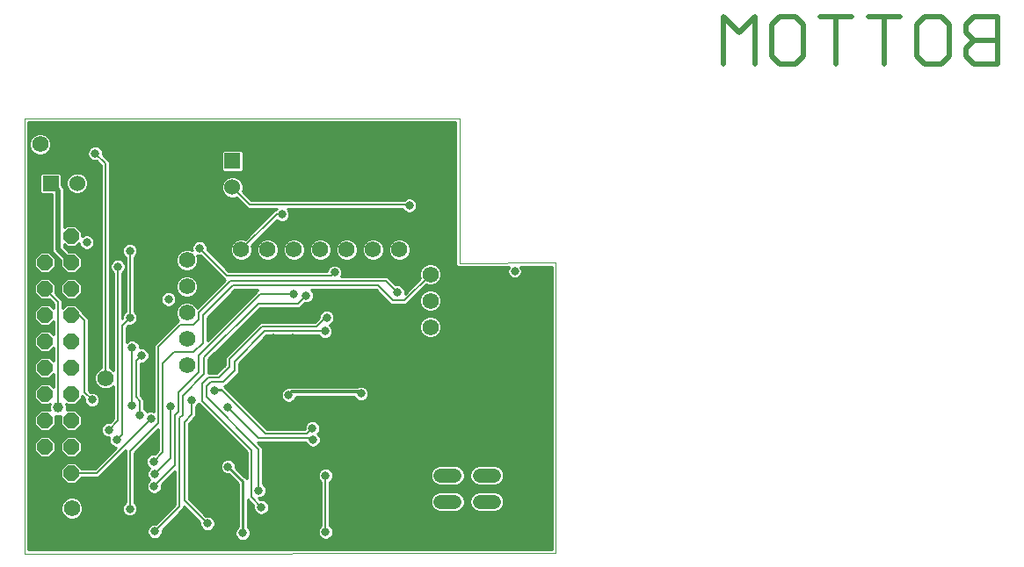
<source format=gbl>
G75*
G70*
%OFA0B0*%
%FSLAX24Y24*%
%IPPOS*%
%LPD*%
%AMOC8*
5,1,8,0,0,1.08239X$1,22.5*
%
%ADD10C,0.0000*%
%ADD11C,0.0200*%
%ADD12C,0.0620*%
%ADD13R,0.0600X0.0600*%
%ADD14C,0.0600*%
%ADD15OC8,0.0600*%
%ADD16C,0.0540*%
%ADD17C,0.0320*%
%ADD18C,0.0300*%
%ADD19C,0.0100*%
%ADD20C,0.0080*%
%ADD21C,0.0120*%
%ADD22C,0.0396*%
D10*
X002104Y001280D02*
X002104Y017815D01*
X018600Y017815D01*
X018600Y012307D01*
X022249Y012327D01*
X022249Y001300D01*
X002104Y001280D01*
D11*
X003880Y012339D02*
X003384Y012834D01*
X003384Y015056D01*
X003104Y015337D01*
X028596Y019880D02*
X028596Y021681D01*
X029196Y021081D01*
X029797Y021681D01*
X029797Y019880D01*
X030437Y020180D02*
X030437Y021381D01*
X030737Y021681D01*
X031338Y021681D01*
X031638Y021381D01*
X031638Y020180D01*
X031338Y019880D01*
X030737Y019880D01*
X030437Y020180D01*
X032279Y021681D02*
X033480Y021681D01*
X032879Y021681D02*
X032879Y019880D01*
X034721Y019880D02*
X034721Y021681D01*
X035321Y021681D02*
X034120Y021681D01*
X035962Y021381D02*
X036262Y021681D01*
X036863Y021681D01*
X037163Y021381D01*
X037163Y020180D01*
X036863Y019880D01*
X036262Y019880D01*
X035962Y020180D01*
X035962Y021381D01*
X037803Y021381D02*
X037803Y021081D01*
X038104Y020781D01*
X039004Y020781D01*
X038104Y020781D02*
X037803Y020480D01*
X037803Y020180D01*
X038104Y019880D01*
X039004Y019880D01*
X039004Y021681D01*
X038104Y021681D01*
X037803Y021381D01*
D12*
X017504Y011880D03*
X017504Y010880D03*
X017504Y009880D03*
X016324Y012820D03*
X015324Y012820D03*
X014324Y012820D03*
X013324Y012820D03*
X012324Y012820D03*
X011324Y012820D03*
X010324Y012820D03*
X008264Y012420D03*
X008264Y011420D03*
X008264Y010420D03*
X008264Y009420D03*
X008264Y008420D03*
X005180Y007938D03*
X004904Y003000D03*
X003904Y003000D03*
X021104Y002280D03*
X021104Y006280D03*
X010994Y015190D03*
X013724Y016040D03*
X009104Y017280D03*
X008104Y017280D03*
X003704Y016820D03*
X002704Y016820D03*
X004404Y014357D03*
D13*
X003104Y015337D03*
X009993Y016185D03*
D14*
X009993Y015185D03*
X004104Y015337D03*
D15*
X003880Y013339D03*
X002880Y013339D03*
X002880Y012339D03*
X003880Y012339D03*
X003880Y011339D03*
X002880Y011339D03*
X002880Y010339D03*
X003880Y010339D03*
X003880Y009339D03*
X002880Y009339D03*
X002880Y008339D03*
X003880Y008339D03*
X003880Y007339D03*
X002880Y007339D03*
X002880Y006339D03*
X003880Y006339D03*
X003880Y005339D03*
X002880Y005339D03*
X002880Y004339D03*
X003880Y004339D03*
D16*
X017882Y004240D02*
X018422Y004240D01*
X019374Y004240D02*
X019914Y004240D01*
X019914Y003240D02*
X019374Y003240D01*
X018422Y003240D02*
X017882Y003240D01*
X017882Y002240D02*
X018422Y002240D01*
X019374Y002240D02*
X019914Y002240D01*
D17*
X017265Y001971D03*
X016265Y001971D03*
X015265Y001971D03*
X014265Y001971D03*
X013524Y002100D03*
X012625Y001711D03*
X011625Y001711D03*
X010384Y002060D03*
X009815Y002871D03*
X009044Y002420D03*
X007044Y002120D03*
X006265Y001971D03*
X006104Y002980D03*
X006525Y003471D03*
X007024Y003840D03*
X007044Y004300D03*
X006525Y004471D03*
X007004Y004780D03*
X005604Y005600D03*
X005304Y005980D03*
X006484Y006540D03*
X006904Y006400D03*
X007644Y006860D03*
X008444Y007100D03*
X009304Y007480D03*
X009824Y006840D03*
X010932Y008153D03*
X011575Y008771D03*
X011955Y009151D03*
X012275Y009451D03*
X011555Y009451D03*
X012335Y008751D03*
X013015Y008091D03*
X013993Y007919D03*
X014864Y007360D03*
X015215Y007891D03*
X016215Y007891D03*
X017215Y007891D03*
X018215Y007891D03*
X019215Y007891D03*
X020215Y007891D03*
X021215Y007891D03*
X021215Y008891D03*
X021415Y009841D03*
X021415Y010841D03*
X021465Y011391D03*
X020696Y011989D03*
X019715Y011391D03*
X019185Y011871D03*
X019315Y010791D03*
X019715Y010391D03*
X019315Y009991D03*
X019715Y009391D03*
X019215Y009241D03*
X018215Y009241D03*
X017215Y009241D03*
X016115Y009241D03*
X015115Y009241D03*
X014515Y009231D03*
X013504Y009720D03*
X013564Y010240D03*
X012954Y010197D03*
X013735Y010951D03*
X012784Y011080D03*
X012304Y011140D03*
X011192Y010443D03*
X009552Y010463D03*
X009355Y011651D03*
X008855Y012151D03*
X009935Y012251D03*
X011072Y012163D03*
X012755Y012231D03*
X013864Y011960D03*
X014655Y012171D03*
X015715Y012391D03*
X016665Y011791D03*
X016244Y011200D03*
X015375Y010311D03*
X018075Y013141D03*
X018075Y014141D03*
X017355Y014131D03*
X016704Y014500D03*
X017075Y015141D03*
X018075Y015141D03*
X018075Y016141D03*
X017075Y016141D03*
X017075Y017141D03*
X018075Y017141D03*
X015365Y014961D03*
X014075Y015141D03*
X013205Y015141D03*
X012075Y015141D03*
X012075Y016141D03*
X013075Y016141D03*
X013075Y017141D03*
X012075Y017141D03*
X011075Y017141D03*
X010075Y017141D03*
X009285Y016351D03*
X009285Y015901D03*
X011075Y016141D03*
X010055Y014531D03*
X010095Y013771D03*
X009075Y013511D03*
X008744Y012880D03*
X007075Y013141D03*
X006104Y012780D03*
X005644Y012180D03*
X004464Y013100D03*
X006075Y014141D03*
X007075Y014141D03*
X008075Y014141D03*
X011864Y014160D03*
X014215Y013891D03*
X016065Y013731D03*
X014075Y017141D03*
X006781Y016755D03*
X005923Y017092D03*
X004784Y016480D03*
X003923Y016092D03*
X007564Y010940D03*
X006104Y010240D03*
X006184Y009100D03*
X006544Y008800D03*
X006755Y009171D03*
X006795Y007911D03*
X006184Y006900D03*
X004664Y007120D03*
X005525Y004471D03*
X005525Y003471D03*
X004525Y003471D03*
X003525Y003471D03*
X002525Y003471D03*
X002525Y002471D03*
X003265Y001971D03*
X004265Y001971D03*
X008795Y003811D03*
X009824Y004580D03*
X010984Y003680D03*
X011084Y003040D03*
X011605Y002561D03*
X013524Y004240D03*
X014255Y003711D03*
X014265Y002971D03*
X015265Y002971D03*
X016265Y002971D03*
X016255Y003711D03*
X015255Y003711D03*
X015265Y004971D03*
X016265Y004971D03*
X017265Y004971D03*
X018265Y004971D03*
X019265Y004971D03*
X020215Y005891D03*
X019225Y006191D03*
X019215Y006891D03*
X020215Y006891D03*
X018215Y006891D03*
X017215Y006891D03*
X017225Y006191D03*
X018225Y006191D03*
X016225Y006191D03*
X016215Y006891D03*
X013865Y006161D03*
X013024Y006040D03*
X012518Y006130D03*
X012178Y006129D03*
X013044Y005600D03*
X014265Y004971D03*
X017255Y003711D03*
X017265Y002971D03*
X021215Y003891D03*
X021215Y004891D03*
X013278Y007090D03*
X012124Y007300D03*
X009335Y008451D03*
D18*
X020312Y011989D03*
X021080Y011989D03*
D19*
X020966Y012016D02*
X022099Y012016D01*
X022099Y011918D02*
X020959Y011918D01*
X020966Y011935D02*
X020966Y012042D01*
X020925Y012142D01*
X020897Y012170D01*
X022099Y012177D01*
X022099Y001450D01*
X002254Y001430D01*
X002254Y017665D01*
X018450Y017665D01*
X018450Y012369D01*
X018450Y012369D01*
X018450Y012307D01*
X018450Y012245D01*
X018451Y012245D01*
X018451Y012244D01*
X018495Y012201D01*
X018538Y012157D01*
X018539Y012157D01*
X018601Y012157D01*
X018663Y012157D01*
X018663Y012158D01*
X020494Y012168D01*
X020467Y012142D01*
X020426Y012042D01*
X020426Y011935D01*
X020467Y011836D01*
X020543Y011760D01*
X020643Y011719D01*
X020750Y011719D01*
X020849Y011760D01*
X020925Y011836D01*
X020966Y011935D01*
X020909Y011819D02*
X022099Y011819D01*
X022099Y011721D02*
X020755Y011721D01*
X020637Y011721D02*
X017893Y011721D01*
X017924Y011796D02*
X017860Y011642D01*
X017742Y011524D01*
X017588Y011460D01*
X017421Y011460D01*
X017353Y011488D01*
X016694Y010829D01*
X016694Y010829D01*
X016595Y010730D01*
X015994Y010730D01*
X015894Y010829D01*
X015434Y011290D01*
X012985Y011290D01*
X013030Y011244D01*
X013074Y011137D01*
X013074Y011022D01*
X013030Y010916D01*
X012949Y010834D01*
X015889Y010834D01*
X015791Y010933D02*
X013037Y010933D01*
X013074Y011031D02*
X015692Y011031D01*
X015594Y011130D02*
X013074Y011130D01*
X013037Y011228D02*
X015495Y011228D01*
X015984Y011700D02*
X015885Y011800D01*
X014112Y011800D01*
X014154Y011902D01*
X014154Y012017D01*
X014110Y012124D01*
X014029Y012206D01*
X013922Y012250D01*
X013807Y012250D01*
X013700Y012206D01*
X013619Y012124D01*
X013574Y012017D01*
X013574Y012010D01*
X009855Y012010D01*
X009034Y012830D01*
X009034Y012937D01*
X008990Y013044D01*
X008909Y013126D01*
X008802Y013170D01*
X008687Y013170D01*
X008580Y013126D01*
X008499Y013044D01*
X008454Y012937D01*
X008454Y012822D01*
X008468Y012790D01*
X008348Y012840D01*
X008181Y012840D01*
X008026Y012776D01*
X007908Y012658D01*
X007844Y012503D01*
X007844Y012336D01*
X007908Y012182D01*
X008026Y012064D01*
X008181Y012000D01*
X008348Y012000D01*
X008502Y012064D01*
X008620Y012182D01*
X008684Y012336D01*
X008684Y012503D01*
X008641Y012609D01*
X008687Y012590D01*
X008794Y012590D01*
X009614Y011769D01*
X009714Y011670D01*
X008644Y010600D01*
X008620Y010658D01*
X008502Y010776D01*
X008348Y010840D01*
X008181Y010840D01*
X008026Y010776D01*
X007908Y010658D01*
X007844Y010503D01*
X007844Y010336D01*
X007908Y010182D01*
X007960Y010130D01*
X007934Y010130D01*
X007114Y009310D01*
X007014Y009210D01*
X007014Y006668D01*
X006962Y006690D01*
X006847Y006690D01*
X006752Y006651D01*
X006730Y006704D01*
X006654Y006780D01*
X006654Y007150D01*
X006555Y007250D01*
X006514Y007290D01*
X006514Y008510D01*
X006602Y008510D01*
X006709Y008554D01*
X006790Y008636D01*
X006834Y008742D01*
X006834Y008857D01*
X006790Y008964D01*
X006709Y009046D01*
X006602Y009090D01*
X006487Y009090D01*
X006474Y009085D01*
X006474Y009157D01*
X006430Y009264D01*
X006349Y009346D01*
X006242Y009390D01*
X006127Y009390D01*
X006020Y009346D01*
X005974Y009300D01*
X005974Y009869D01*
X006055Y009950D01*
X006162Y009950D01*
X006269Y009994D01*
X006350Y010076D01*
X006394Y010182D01*
X006394Y010297D01*
X006350Y010404D01*
X006274Y010480D01*
X006274Y012540D01*
X006350Y012616D01*
X006394Y012722D01*
X006394Y012837D01*
X006350Y012944D01*
X006269Y013026D01*
X006162Y013070D01*
X006047Y013070D01*
X005940Y013026D01*
X005859Y012944D01*
X005814Y012837D01*
X005814Y012722D01*
X005859Y012616D01*
X005934Y012540D01*
X005934Y010480D01*
X005859Y010404D01*
X005814Y010297D01*
X005814Y010190D01*
X005814Y011940D01*
X005890Y012016D01*
X005934Y012122D01*
X005934Y012237D01*
X005890Y012344D01*
X005809Y012426D01*
X005702Y012470D01*
X005587Y012470D01*
X005480Y012426D01*
X005399Y012344D01*
X005354Y012237D01*
X005354Y012122D01*
X005399Y012016D01*
X005474Y011940D01*
X005474Y008238D01*
X005418Y008294D01*
X005350Y008322D01*
X005350Y016154D01*
X005074Y016430D01*
X005074Y016537D01*
X005030Y016644D01*
X004949Y016726D01*
X004842Y016770D01*
X004727Y016770D01*
X004620Y016726D01*
X004539Y016644D01*
X004494Y016537D01*
X004494Y016422D01*
X004539Y016316D01*
X004620Y016234D01*
X004727Y016190D01*
X004834Y016190D01*
X005010Y016014D01*
X005010Y008322D01*
X004942Y008294D01*
X004824Y008176D01*
X004760Y008021D01*
X004760Y007854D01*
X004824Y007700D01*
X004942Y007582D01*
X005097Y007518D01*
X005264Y007518D01*
X005418Y007582D01*
X005474Y007638D01*
X005474Y006390D01*
X005354Y006270D01*
X005247Y006270D01*
X005140Y006226D01*
X005059Y006144D01*
X005014Y006037D01*
X005014Y005922D01*
X005059Y005816D01*
X005140Y005734D01*
X005247Y005690D01*
X005328Y005690D01*
X005314Y005657D01*
X005314Y005542D01*
X005359Y005436D01*
X005440Y005354D01*
X005547Y005310D01*
X005574Y005310D01*
X004773Y004509D01*
X004290Y004509D01*
X004050Y004749D01*
X003710Y004749D01*
X003470Y004509D01*
X003470Y004169D01*
X003710Y003929D01*
X004050Y003929D01*
X004290Y004169D01*
X004914Y004169D01*
X005013Y004268D01*
X005934Y005189D01*
X005934Y003220D01*
X005859Y003144D01*
X005814Y003037D01*
X005814Y002922D01*
X005859Y002816D01*
X005940Y002734D01*
X006047Y002690D01*
X006162Y002690D01*
X006269Y002734D01*
X006350Y002816D01*
X006394Y002922D01*
X006394Y003037D01*
X006350Y003144D01*
X006274Y003220D01*
X006274Y005089D01*
X007174Y005989D01*
X007174Y005190D01*
X007054Y005070D01*
X006947Y005070D01*
X006840Y005026D01*
X006759Y004944D01*
X006714Y004837D01*
X006714Y004722D01*
X006759Y004616D01*
X006840Y004534D01*
X006860Y004526D01*
X006799Y004464D01*
X006754Y004357D01*
X006754Y004242D01*
X006799Y004136D01*
X006854Y004080D01*
X006779Y004004D01*
X006734Y003897D01*
X006734Y003782D01*
X006779Y003676D01*
X006860Y003594D01*
X006967Y003550D01*
X007082Y003550D01*
X007189Y003594D01*
X007270Y003676D01*
X007314Y003782D01*
X007314Y003889D01*
X007814Y004389D01*
X007814Y003130D01*
X007094Y002410D01*
X006987Y002410D01*
X006880Y002366D01*
X006799Y002284D01*
X006754Y002177D01*
X006754Y002062D01*
X006799Y001956D01*
X006880Y001874D01*
X006987Y001830D01*
X007102Y001830D01*
X007209Y001874D01*
X007290Y001956D01*
X007334Y002062D01*
X007334Y002169D01*
X008055Y002890D01*
X008154Y002989D01*
X008154Y003069D01*
X008754Y002469D01*
X008754Y002362D01*
X008799Y002256D01*
X008880Y002174D01*
X008987Y002130D01*
X009102Y002130D01*
X009209Y002174D01*
X009290Y002256D01*
X009334Y002362D01*
X009334Y002477D01*
X009290Y002584D01*
X009209Y002666D01*
X009102Y002710D01*
X008995Y002710D01*
X008334Y003370D01*
X008334Y006209D01*
X008515Y006390D01*
X008614Y006489D01*
X008614Y006860D01*
X008690Y006936D01*
X008701Y006962D01*
X010534Y005129D01*
X010534Y004124D01*
X010459Y004200D01*
X010114Y004544D01*
X010114Y004637D01*
X010070Y004744D01*
X009989Y004826D01*
X009882Y004870D01*
X009767Y004870D01*
X009660Y004826D01*
X009579Y004744D01*
X009534Y004637D01*
X009534Y004522D01*
X009579Y004416D01*
X009660Y004334D01*
X009767Y004290D01*
X009860Y004290D01*
X010204Y003945D01*
X010204Y002290D01*
X010139Y002224D01*
X010094Y002117D01*
X010094Y002002D01*
X010139Y001896D01*
X010220Y001814D01*
X010327Y001770D01*
X010442Y001770D01*
X010549Y001814D01*
X010630Y001896D01*
X010674Y002002D01*
X010674Y002117D01*
X010630Y002224D01*
X010564Y002290D01*
X010564Y003319D01*
X010794Y003089D01*
X010794Y002982D01*
X010839Y002876D01*
X010920Y002794D01*
X011027Y002750D01*
X011142Y002750D01*
X011249Y002794D01*
X011330Y002876D01*
X011374Y002982D01*
X011374Y003097D01*
X011330Y003204D01*
X011249Y003286D01*
X011142Y003330D01*
X011035Y003330D01*
X010975Y003390D01*
X011042Y003390D01*
X011149Y003434D01*
X011230Y003516D01*
X011274Y003622D01*
X011274Y003737D01*
X011230Y003844D01*
X011154Y003920D01*
X011154Y005310D01*
X011055Y005410D01*
X010955Y005510D01*
X012768Y005510D01*
X012799Y005436D01*
X012880Y005354D01*
X012987Y005310D01*
X013102Y005310D01*
X013209Y005354D01*
X013290Y005436D01*
X013334Y005542D01*
X013334Y005657D01*
X013290Y005764D01*
X013225Y005830D01*
X013270Y005876D01*
X013314Y005982D01*
X013314Y006097D01*
X013270Y006204D01*
X013189Y006286D01*
X013082Y006330D01*
X012967Y006330D01*
X012860Y006286D01*
X012779Y006204D01*
X012734Y006097D01*
X012734Y006010D01*
X011309Y006010D01*
X009762Y007557D01*
X009689Y007630D01*
X009715Y007630D01*
X010234Y008149D01*
X010234Y008509D01*
X011295Y009570D01*
X013253Y009570D01*
X013259Y009556D01*
X013340Y009474D01*
X013447Y009430D01*
X013562Y009430D01*
X013669Y009474D01*
X013750Y009556D01*
X013794Y009662D01*
X013794Y009777D01*
X013750Y009884D01*
X013669Y009966D01*
X013665Y009967D01*
X013729Y009994D01*
X013810Y010076D01*
X013854Y010182D01*
X013854Y010297D01*
X013810Y010404D01*
X013729Y010486D01*
X013622Y010530D01*
X013507Y010530D01*
X013400Y010486D01*
X013319Y010404D01*
X013274Y010297D01*
X013274Y010230D01*
X013114Y010070D01*
X011054Y010070D01*
X009814Y008830D01*
X009714Y008730D01*
X009714Y008450D01*
X009394Y008130D01*
X009094Y008130D01*
X009094Y008669D01*
X011035Y010610D01*
X012555Y010610D01*
X012654Y010709D01*
X012735Y010790D01*
X012842Y010790D01*
X012949Y010834D01*
X012681Y010736D02*
X015988Y010736D01*
X016601Y010736D02*
X017109Y010736D01*
X017084Y010796D02*
X017148Y010642D01*
X017266Y010524D01*
X017421Y010460D01*
X017588Y010460D01*
X017742Y010524D01*
X017860Y010642D01*
X017924Y010796D01*
X017924Y010963D01*
X017860Y011118D01*
X017742Y011236D01*
X017588Y011300D01*
X017421Y011300D01*
X017266Y011236D01*
X017148Y011118D01*
X017084Y010963D01*
X017084Y010796D01*
X017084Y010834D02*
X016699Y010834D01*
X016798Y010933D02*
X017084Y010933D01*
X017113Y011031D02*
X016896Y011031D01*
X016995Y011130D02*
X017160Y011130D01*
X017093Y011228D02*
X017259Y011228D01*
X017192Y011327D02*
X022099Y011327D01*
X022099Y011425D02*
X017290Y011425D01*
X017007Y011622D02*
X016062Y011622D01*
X015984Y011700D02*
X016195Y011490D01*
X016302Y011490D01*
X016409Y011446D01*
X016490Y011364D01*
X016534Y011257D01*
X016534Y011150D01*
X017113Y011728D01*
X017084Y011796D01*
X017084Y011963D01*
X017148Y012118D01*
X017266Y012236D01*
X017421Y012300D01*
X017588Y012300D01*
X017742Y012236D01*
X017860Y012118D01*
X017924Y011963D01*
X017924Y011796D01*
X017924Y011819D02*
X020484Y011819D01*
X020433Y011918D02*
X017924Y011918D01*
X017902Y012016D02*
X020426Y012016D01*
X020456Y012115D02*
X017862Y012115D01*
X017765Y012213D02*
X018482Y012213D01*
X018539Y012157D02*
X018539Y012157D01*
X018450Y012312D02*
X009553Y012312D01*
X009651Y012213D02*
X013719Y012213D01*
X013615Y012115D02*
X009750Y012115D01*
X009848Y012016D02*
X013574Y012016D01*
X014010Y012213D02*
X017244Y012213D01*
X017147Y012115D02*
X014114Y012115D01*
X014154Y012016D02*
X017106Y012016D01*
X017084Y011918D02*
X014154Y011918D01*
X014120Y011819D02*
X017084Y011819D01*
X017105Y011721D02*
X015964Y011721D01*
X016161Y011524D02*
X016908Y011524D01*
X016810Y011425D02*
X016429Y011425D01*
X016506Y011327D02*
X016711Y011327D01*
X016613Y011228D02*
X016534Y011228D01*
X017153Y010637D02*
X012582Y010637D01*
X013293Y010342D02*
X010767Y010342D01*
X010865Y010440D02*
X013355Y010440D01*
X013274Y010243D02*
X010668Y010243D01*
X010570Y010145D02*
X013189Y010145D01*
X013687Y009948D02*
X017084Y009948D01*
X017084Y009963D02*
X017084Y009796D01*
X017148Y009642D01*
X017266Y009524D01*
X017421Y009460D01*
X017588Y009460D01*
X017742Y009524D01*
X017860Y009642D01*
X017924Y009796D01*
X017924Y009963D01*
X017860Y010118D01*
X017742Y010236D01*
X017588Y010300D01*
X017421Y010300D01*
X017266Y010236D01*
X017148Y010118D01*
X017084Y009963D01*
X017119Y010046D02*
X013781Y010046D01*
X013839Y010145D02*
X017175Y010145D01*
X017285Y010243D02*
X013854Y010243D01*
X013836Y010342D02*
X022099Y010342D01*
X022099Y010440D02*
X013774Y010440D01*
X013765Y009849D02*
X017084Y009849D01*
X017103Y009751D02*
X013794Y009751D01*
X013790Y009652D02*
X017144Y009652D01*
X017236Y009554D02*
X013749Y009554D01*
X013624Y009455D02*
X022099Y009455D01*
X022099Y009357D02*
X011082Y009357D01*
X011180Y009455D02*
X013385Y009455D01*
X013260Y009554D02*
X011279Y009554D01*
X010932Y009948D02*
X010373Y009948D01*
X010471Y010046D02*
X011031Y010046D01*
X010834Y009849D02*
X010274Y009849D01*
X010176Y009751D02*
X010735Y009751D01*
X010637Y009652D02*
X010077Y009652D01*
X009979Y009554D02*
X010538Y009554D01*
X010440Y009455D02*
X009880Y009455D01*
X009782Y009357D02*
X010341Y009357D01*
X010243Y009258D02*
X009683Y009258D01*
X009585Y009160D02*
X010144Y009160D01*
X010046Y009061D02*
X009486Y009061D01*
X009388Y008963D02*
X009947Y008963D01*
X009849Y008864D02*
X009289Y008864D01*
X009191Y008766D02*
X009750Y008766D01*
X009714Y008667D02*
X009094Y008667D01*
X009094Y008569D02*
X009714Y008569D01*
X009714Y008470D02*
X009094Y008470D01*
X009094Y008372D02*
X009636Y008372D01*
X009538Y008273D02*
X009094Y008273D01*
X009094Y008175D02*
X009439Y008175D01*
X009866Y007781D02*
X022099Y007781D01*
X022099Y007879D02*
X009964Y007879D01*
X010063Y007978D02*
X022099Y007978D01*
X022099Y008076D02*
X010161Y008076D01*
X010234Y008175D02*
X022099Y008175D01*
X022099Y008273D02*
X010234Y008273D01*
X010234Y008372D02*
X022099Y008372D01*
X022099Y008470D02*
X010234Y008470D01*
X010294Y008569D02*
X022099Y008569D01*
X022099Y008667D02*
X010392Y008667D01*
X010491Y008766D02*
X022099Y008766D01*
X022099Y008864D02*
X010589Y008864D01*
X010688Y008963D02*
X022099Y008963D01*
X022099Y009061D02*
X010786Y009061D01*
X010885Y009160D02*
X022099Y009160D01*
X022099Y009258D02*
X010983Y009258D01*
X009612Y009948D02*
X009034Y009948D01*
X009034Y010046D02*
X009711Y010046D01*
X009809Y010145D02*
X009034Y010145D01*
X009034Y010243D02*
X009908Y010243D01*
X010006Y010342D02*
X009127Y010342D01*
X009034Y010249D02*
X009034Y009370D01*
X010874Y011210D01*
X010874Y011210D01*
X010954Y011290D01*
X010075Y011290D01*
X009034Y010249D01*
X009225Y010440D02*
X010105Y010440D01*
X010203Y010539D02*
X009324Y010539D01*
X009422Y010637D02*
X010302Y010637D01*
X010400Y010736D02*
X009521Y010736D01*
X009619Y010834D02*
X010499Y010834D01*
X010597Y010933D02*
X009718Y010933D01*
X009816Y011031D02*
X010696Y011031D01*
X010794Y011130D02*
X009915Y011130D01*
X010013Y011228D02*
X010893Y011228D01*
X010964Y010539D02*
X017251Y010539D01*
X017757Y010539D02*
X022099Y010539D01*
X022099Y010637D02*
X017856Y010637D01*
X017899Y010736D02*
X022099Y010736D01*
X022099Y010834D02*
X017924Y010834D01*
X017924Y010933D02*
X022099Y010933D01*
X022099Y011031D02*
X017896Y011031D01*
X017848Y011130D02*
X022099Y011130D01*
X022099Y011228D02*
X017750Y011228D01*
X017742Y011524D02*
X022099Y011524D01*
X022099Y011622D02*
X017841Y011622D01*
X018450Y012410D02*
X016433Y012410D01*
X016408Y012400D02*
X016562Y012464D01*
X016680Y012582D01*
X016744Y012736D01*
X016744Y012903D01*
X018450Y012903D01*
X018450Y013001D02*
X016704Y013001D01*
X016680Y013058D02*
X016744Y012903D01*
X016744Y012804D02*
X018450Y012804D01*
X018450Y012706D02*
X016732Y012706D01*
X016691Y012607D02*
X018450Y012607D01*
X018450Y012509D02*
X016607Y012509D01*
X016408Y012400D02*
X016241Y012400D01*
X016086Y012464D01*
X015968Y012582D01*
X015904Y012736D01*
X015904Y012903D01*
X015744Y012903D01*
X015680Y013058D01*
X015562Y013176D01*
X015408Y013240D01*
X015241Y013240D01*
X015086Y013176D01*
X014968Y013058D01*
X014904Y012903D01*
X014744Y012903D01*
X014680Y013058D01*
X014562Y013176D01*
X014408Y013240D01*
X014241Y013240D01*
X014086Y013176D01*
X013968Y013058D01*
X013904Y012903D01*
X013744Y012903D01*
X013680Y013058D01*
X013562Y013176D01*
X013408Y013240D01*
X013241Y013240D01*
X013086Y013176D01*
X012968Y013058D01*
X012904Y012903D01*
X012744Y012903D01*
X012680Y013058D01*
X012562Y013176D01*
X012408Y013240D01*
X012241Y013240D01*
X012086Y013176D01*
X011968Y013058D01*
X011904Y012903D01*
X011744Y012903D01*
X011680Y013058D01*
X011562Y013176D01*
X011408Y013240D01*
X011241Y013240D01*
X011086Y013176D01*
X010968Y013058D01*
X010904Y012903D01*
X010744Y012903D01*
X010716Y012971D01*
X011680Y013935D01*
X011700Y013914D01*
X011807Y013870D01*
X011922Y013870D01*
X012029Y013914D01*
X012110Y013996D01*
X012154Y014102D01*
X012154Y014217D01*
X012110Y014324D01*
X012065Y014370D01*
X016444Y014370D01*
X016459Y014336D01*
X016540Y014254D01*
X016647Y014210D01*
X016762Y014210D01*
X016869Y014254D01*
X016950Y014336D01*
X016994Y014442D01*
X016994Y014557D01*
X016950Y014664D01*
X016869Y014746D01*
X016762Y014790D01*
X016647Y014790D01*
X016540Y014746D01*
X016504Y014710D01*
X010709Y014710D01*
X010377Y015041D01*
X010403Y015104D01*
X010403Y015267D01*
X010340Y015418D01*
X010225Y015533D01*
X010074Y015595D01*
X009911Y015595D01*
X009760Y015533D01*
X009645Y015418D01*
X009583Y015267D01*
X009583Y015104D01*
X009645Y014953D01*
X009760Y014838D01*
X009911Y014775D01*
X010074Y014775D01*
X010136Y014801D01*
X010468Y014469D01*
X010568Y014370D01*
X011664Y014370D01*
X011624Y014330D01*
X011594Y014330D01*
X010476Y013212D01*
X010408Y013240D01*
X010241Y013240D01*
X010086Y013176D01*
X009968Y013058D01*
X009904Y012903D01*
X009034Y012903D01*
X009008Y013001D02*
X009945Y013001D01*
X009904Y012903D02*
X009904Y012736D01*
X009968Y012582D01*
X010086Y012464D01*
X010241Y012400D01*
X010408Y012400D01*
X010562Y012464D01*
X010680Y012582D01*
X010744Y012736D01*
X010744Y012903D01*
X010746Y013001D02*
X010945Y013001D01*
X010904Y012903D02*
X010904Y012736D01*
X010968Y012582D01*
X011086Y012464D01*
X011241Y012400D01*
X011408Y012400D01*
X011562Y012464D01*
X011680Y012582D01*
X011744Y012736D01*
X011744Y012903D01*
X011744Y012804D02*
X011904Y012804D01*
X011904Y012736D02*
X011904Y012903D01*
X011945Y013001D02*
X011704Y013001D01*
X011638Y013100D02*
X012010Y013100D01*
X012141Y013198D02*
X011508Y013198D01*
X011141Y013198D02*
X010943Y013198D01*
X011010Y013100D02*
X010845Y013100D01*
X011042Y013297D02*
X018450Y013297D01*
X018450Y013395D02*
X011140Y013395D01*
X011239Y013494D02*
X018450Y013494D01*
X018450Y013592D02*
X011337Y013592D01*
X011436Y013691D02*
X018450Y013691D01*
X018450Y013789D02*
X011534Y013789D01*
X011633Y013888D02*
X011763Y013888D01*
X011966Y013888D02*
X018450Y013888D01*
X018450Y013986D02*
X012101Y013986D01*
X012147Y014085D02*
X018450Y014085D01*
X018450Y014183D02*
X012154Y014183D01*
X012128Y014282D02*
X016512Y014282D01*
X016897Y014282D02*
X018450Y014282D01*
X018450Y014380D02*
X016969Y014380D01*
X016994Y014479D02*
X018450Y014479D01*
X018450Y014577D02*
X016986Y014577D01*
X016938Y014676D02*
X018450Y014676D01*
X018450Y014774D02*
X016799Y014774D01*
X016609Y014774D02*
X010644Y014774D01*
X010545Y014873D02*
X018450Y014873D01*
X018450Y014971D02*
X010447Y014971D01*
X010389Y015070D02*
X018450Y015070D01*
X018450Y015168D02*
X010403Y015168D01*
X010403Y015267D02*
X018450Y015267D01*
X018450Y015365D02*
X010362Y015365D01*
X010294Y015464D02*
X018450Y015464D01*
X018450Y015562D02*
X010154Y015562D01*
X010338Y015775D02*
X010403Y015840D01*
X010403Y016531D01*
X010338Y016595D01*
X009647Y016595D01*
X009583Y016531D01*
X009583Y015840D01*
X009647Y015775D01*
X010338Y015775D01*
X010403Y015858D02*
X018450Y015858D01*
X018450Y015956D02*
X010403Y015956D01*
X010403Y016055D02*
X018450Y016055D01*
X018450Y016153D02*
X010403Y016153D01*
X010403Y016252D02*
X018450Y016252D01*
X018450Y016350D02*
X010403Y016350D01*
X010403Y016449D02*
X018450Y016449D01*
X018450Y016547D02*
X010386Y016547D01*
X009599Y016547D02*
X005070Y016547D01*
X005074Y016449D02*
X009583Y016449D01*
X009583Y016350D02*
X005154Y016350D01*
X005253Y016252D02*
X009583Y016252D01*
X009583Y016153D02*
X005350Y016153D01*
X005350Y016055D02*
X009583Y016055D01*
X009583Y015956D02*
X005350Y015956D01*
X005350Y015858D02*
X009583Y015858D01*
X009831Y015562D02*
X005350Y015562D01*
X005350Y015464D02*
X009691Y015464D01*
X009623Y015365D02*
X005350Y015365D01*
X005350Y015267D02*
X009583Y015267D01*
X009583Y015168D02*
X005350Y015168D01*
X005350Y015070D02*
X009597Y015070D01*
X009637Y014971D02*
X005350Y014971D01*
X005350Y014873D02*
X009725Y014873D01*
X009993Y015185D02*
X010007Y015200D01*
X010163Y014774D02*
X005350Y014774D01*
X005350Y014676D02*
X010262Y014676D01*
X010360Y014577D02*
X005350Y014577D01*
X005350Y014479D02*
X010459Y014479D01*
X010557Y014380D02*
X005350Y014380D01*
X005350Y014282D02*
X011546Y014282D01*
X011448Y014183D02*
X005350Y014183D01*
X005350Y014085D02*
X011349Y014085D01*
X011251Y013986D02*
X005350Y013986D01*
X005350Y013888D02*
X011152Y013888D01*
X011054Y013789D02*
X005350Y013789D01*
X005350Y013691D02*
X010955Y013691D01*
X010857Y013592D02*
X005350Y013592D01*
X005350Y013494D02*
X010758Y013494D01*
X010660Y013395D02*
X005350Y013395D01*
X005350Y013297D02*
X010561Y013297D01*
X010141Y013198D02*
X005350Y013198D01*
X005350Y013100D02*
X008554Y013100D01*
X008481Y013001D02*
X006293Y013001D01*
X006367Y012903D02*
X008454Y012903D01*
X008462Y012804D02*
X008434Y012804D01*
X008641Y012607D02*
X008644Y012607D01*
X008682Y012509D02*
X008875Y012509D01*
X008973Y012410D02*
X008684Y012410D01*
X008674Y012312D02*
X009072Y012312D01*
X009170Y012213D02*
X008633Y012213D01*
X008553Y012115D02*
X009269Y012115D01*
X009367Y012016D02*
X008388Y012016D01*
X008348Y011840D02*
X008502Y011776D01*
X008620Y011658D01*
X008684Y011503D01*
X008684Y011336D01*
X008620Y011182D01*
X008502Y011064D01*
X008348Y011000D01*
X008181Y011000D01*
X008026Y011064D01*
X007908Y011182D01*
X007844Y011336D01*
X007844Y011503D01*
X007908Y011658D01*
X008026Y011776D01*
X008181Y011840D01*
X008348Y011840D01*
X008397Y011819D02*
X009564Y011819D01*
X009466Y011918D02*
X006274Y011918D01*
X006274Y012016D02*
X008141Y012016D01*
X007975Y012115D02*
X006274Y012115D01*
X006274Y012213D02*
X007895Y012213D01*
X007855Y012312D02*
X006274Y012312D01*
X006274Y012410D02*
X007844Y012410D01*
X007847Y012509D02*
X006274Y012509D01*
X006342Y012607D02*
X007887Y012607D01*
X007956Y012706D02*
X006388Y012706D01*
X006394Y012804D02*
X008095Y012804D01*
X008935Y013100D02*
X010010Y013100D01*
X009904Y012804D02*
X009060Y012804D01*
X009159Y012706D02*
X009917Y012706D01*
X009958Y012607D02*
X009257Y012607D01*
X009356Y012509D02*
X010041Y012509D01*
X010215Y012410D02*
X009454Y012410D01*
X009663Y011721D02*
X008557Y011721D01*
X008635Y011622D02*
X009667Y011622D01*
X009714Y011670D02*
X009714Y011670D01*
X009568Y011524D02*
X008676Y011524D01*
X008684Y011425D02*
X009470Y011425D01*
X009371Y011327D02*
X008681Y011327D01*
X008640Y011228D02*
X009273Y011228D01*
X009174Y011130D02*
X008568Y011130D01*
X008424Y011031D02*
X009076Y011031D01*
X008977Y010933D02*
X007854Y010933D01*
X007854Y010882D02*
X007810Y010776D01*
X007729Y010694D01*
X007622Y010650D01*
X007507Y010650D01*
X007400Y010694D01*
X007319Y010776D01*
X007274Y010882D01*
X007274Y010997D01*
X007319Y011104D01*
X007400Y011186D01*
X007507Y011230D01*
X007622Y011230D01*
X007729Y011186D01*
X007810Y011104D01*
X007854Y010997D01*
X007854Y010882D01*
X007835Y010834D02*
X008168Y010834D01*
X008361Y010834D02*
X008879Y010834D01*
X008780Y010736D02*
X008542Y010736D01*
X008629Y010637D02*
X008682Y010637D01*
X007986Y010736D02*
X007771Y010736D01*
X007900Y010637D02*
X006274Y010637D01*
X006274Y010539D02*
X007859Y010539D01*
X007844Y010440D02*
X006314Y010440D01*
X006376Y010342D02*
X007844Y010342D01*
X007883Y010243D02*
X006394Y010243D01*
X006379Y010145D02*
X007945Y010145D01*
X007851Y010046D02*
X006321Y010046D01*
X006053Y009948D02*
X007752Y009948D01*
X007654Y009849D02*
X005974Y009849D01*
X005974Y009751D02*
X007555Y009751D01*
X007457Y009652D02*
X005974Y009652D01*
X005974Y009554D02*
X007358Y009554D01*
X007260Y009455D02*
X005974Y009455D01*
X005974Y009357D02*
X006047Y009357D01*
X006322Y009357D02*
X007161Y009357D01*
X007114Y009310D02*
X007114Y009310D01*
X007063Y009258D02*
X006433Y009258D01*
X006473Y009160D02*
X007014Y009160D01*
X007014Y009061D02*
X006671Y009061D01*
X006791Y008963D02*
X007014Y008963D01*
X007014Y008864D02*
X006832Y008864D01*
X006834Y008766D02*
X007014Y008766D01*
X007014Y008667D02*
X006803Y008667D01*
X006724Y008569D02*
X007014Y008569D01*
X007014Y008470D02*
X006514Y008470D01*
X006514Y008372D02*
X007014Y008372D01*
X007014Y008273D02*
X006514Y008273D01*
X006514Y008175D02*
X007014Y008175D01*
X007014Y008076D02*
X006514Y008076D01*
X006514Y007978D02*
X007014Y007978D01*
X007014Y007879D02*
X006514Y007879D01*
X006514Y007781D02*
X007014Y007781D01*
X007014Y007682D02*
X006514Y007682D01*
X006514Y007584D02*
X007014Y007584D01*
X007014Y007485D02*
X006514Y007485D01*
X006514Y007387D02*
X007014Y007387D01*
X007014Y007288D02*
X006516Y007288D01*
X006615Y007190D02*
X007014Y007190D01*
X007014Y007091D02*
X006654Y007091D01*
X006654Y006993D02*
X007014Y006993D01*
X007014Y006894D02*
X006654Y006894D01*
X006654Y006796D02*
X007014Y006796D01*
X007014Y006697D02*
X006733Y006697D01*
X007094Y005909D02*
X007174Y005909D01*
X007174Y005811D02*
X006996Y005811D01*
X006897Y005712D02*
X007174Y005712D01*
X007174Y005614D02*
X006799Y005614D01*
X006700Y005515D02*
X007174Y005515D01*
X007174Y005417D02*
X006602Y005417D01*
X006503Y005318D02*
X007174Y005318D01*
X007174Y005220D02*
X006405Y005220D01*
X006306Y005121D02*
X007106Y005121D01*
X006837Y005023D02*
X006274Y005023D01*
X006274Y004924D02*
X006750Y004924D01*
X006714Y004826D02*
X006274Y004826D01*
X006274Y004727D02*
X006714Y004727D01*
X006753Y004629D02*
X006274Y004629D01*
X006274Y004530D02*
X006849Y004530D01*
X006785Y004432D02*
X006274Y004432D01*
X006274Y004333D02*
X006754Y004333D01*
X006757Y004235D02*
X006274Y004235D01*
X006274Y004136D02*
X006798Y004136D01*
X006812Y004038D02*
X006274Y004038D01*
X006274Y003939D02*
X006752Y003939D01*
X006734Y003841D02*
X006274Y003841D01*
X006274Y003742D02*
X006751Y003742D01*
X006810Y003644D02*
X006274Y003644D01*
X006274Y003545D02*
X007814Y003545D01*
X007814Y003447D02*
X006274Y003447D01*
X006274Y003348D02*
X007814Y003348D01*
X007814Y003250D02*
X006274Y003250D01*
X006343Y003151D02*
X007814Y003151D01*
X007737Y003053D02*
X006388Y003053D01*
X006394Y002954D02*
X007638Y002954D01*
X007540Y002856D02*
X006367Y002856D01*
X006292Y002757D02*
X007441Y002757D01*
X007343Y002659D02*
X004157Y002659D01*
X004142Y002644D02*
X004260Y002762D01*
X004324Y002916D01*
X004324Y003083D01*
X004260Y003238D01*
X004142Y003356D01*
X003988Y003420D01*
X003821Y003420D01*
X003666Y003356D01*
X003548Y003238D01*
X003484Y003083D01*
X003484Y002916D01*
X003548Y002762D01*
X003666Y002644D01*
X003821Y002580D01*
X003988Y002580D01*
X004142Y002644D01*
X004256Y002757D02*
X005917Y002757D01*
X005842Y002856D02*
X004299Y002856D01*
X004324Y002954D02*
X005814Y002954D01*
X005821Y003053D02*
X004324Y003053D01*
X004296Y003151D02*
X005866Y003151D01*
X005934Y003250D02*
X004248Y003250D01*
X004150Y003348D02*
X005934Y003348D01*
X005934Y003447D02*
X002254Y003447D01*
X002254Y003545D02*
X005934Y003545D01*
X005934Y003644D02*
X002254Y003644D01*
X002254Y003742D02*
X005934Y003742D01*
X005934Y003841D02*
X002254Y003841D01*
X002254Y003939D02*
X003700Y003939D01*
X003601Y004038D02*
X002254Y004038D01*
X002254Y004136D02*
X003503Y004136D01*
X003470Y004235D02*
X002254Y004235D01*
X002254Y004333D02*
X003470Y004333D01*
X003470Y004432D02*
X002254Y004432D01*
X002254Y004530D02*
X003492Y004530D01*
X003590Y004629D02*
X002254Y004629D01*
X002254Y004727D02*
X003689Y004727D01*
X003710Y004929D02*
X004050Y004929D01*
X004290Y005169D01*
X004290Y005509D01*
X004050Y005749D01*
X003710Y005749D01*
X003470Y005509D01*
X003470Y005169D01*
X003710Y004929D01*
X003616Y005023D02*
X003144Y005023D01*
X003050Y004929D02*
X002710Y004929D01*
X002470Y005169D01*
X002470Y005509D01*
X002710Y005749D01*
X003050Y005749D01*
X003290Y005509D01*
X003290Y005169D01*
X003050Y004929D01*
X003242Y005121D02*
X003518Y005121D01*
X003470Y005220D02*
X003290Y005220D01*
X003290Y005318D02*
X003470Y005318D01*
X003470Y005417D02*
X003290Y005417D01*
X003283Y005515D02*
X003477Y005515D01*
X003575Y005614D02*
X003185Y005614D01*
X003086Y005712D02*
X003674Y005712D01*
X003710Y005929D02*
X004050Y005929D01*
X004290Y006169D01*
X004290Y006509D01*
X004050Y006749D01*
X003710Y006749D01*
X003710Y006749D01*
X003713Y006755D01*
X003713Y006885D01*
X003683Y006956D01*
X003710Y006929D01*
X004050Y006929D01*
X004290Y007169D01*
X004290Y007254D01*
X004374Y007169D01*
X004374Y007062D01*
X004419Y006956D01*
X004500Y006874D01*
X004607Y006830D01*
X004722Y006830D01*
X004829Y006874D01*
X004910Y006956D01*
X004954Y007062D01*
X004954Y007177D01*
X004910Y007284D01*
X004829Y007366D01*
X004722Y007410D01*
X004615Y007410D01*
X004554Y007470D01*
X004554Y010210D01*
X004355Y010409D01*
X004355Y010409D01*
X004290Y010475D01*
X004290Y010509D01*
X004050Y010749D01*
X003710Y010749D01*
X003554Y010593D01*
X003554Y010905D01*
X003455Y011004D01*
X003290Y011169D01*
X003290Y011509D01*
X003050Y011749D01*
X002710Y011749D01*
X002470Y011509D01*
X002470Y011169D01*
X002710Y010929D01*
X003050Y010929D01*
X003214Y010764D01*
X003214Y010584D01*
X003050Y010749D01*
X002710Y010749D01*
X002470Y010509D01*
X002470Y010169D01*
X002710Y009929D01*
X003050Y009929D01*
X003214Y010093D01*
X003214Y009584D01*
X003050Y009749D01*
X002710Y009749D01*
X002470Y009509D01*
X002470Y009169D01*
X002710Y008929D01*
X003050Y008929D01*
X003214Y009093D01*
X003214Y008584D01*
X003050Y008749D01*
X002710Y008749D01*
X002470Y008509D01*
X002470Y008169D01*
X002710Y007929D01*
X003050Y007929D01*
X003214Y008093D01*
X003214Y007584D01*
X003050Y007749D01*
X002710Y007749D01*
X002470Y007509D01*
X002470Y007169D01*
X002710Y006929D01*
X003050Y006929D01*
X003092Y006971D01*
X003056Y006885D01*
X003056Y006755D01*
X003065Y006734D01*
X003050Y006749D01*
X002710Y006749D01*
X002470Y006509D01*
X002470Y006169D01*
X002710Y005929D01*
X003050Y005929D01*
X003290Y006169D01*
X003290Y006504D01*
X003319Y006492D01*
X003450Y006492D01*
X003470Y006500D01*
X003470Y006169D01*
X003710Y005929D01*
X003631Y006008D02*
X003129Y006008D01*
X003227Y006106D02*
X003533Y006106D01*
X003470Y006205D02*
X003290Y006205D01*
X003290Y006303D02*
X003470Y006303D01*
X003470Y006402D02*
X003290Y006402D01*
X003290Y006500D02*
X003298Y006500D01*
X003056Y006796D02*
X002254Y006796D01*
X002254Y006894D02*
X003060Y006894D01*
X002646Y006993D02*
X002254Y006993D01*
X002254Y007091D02*
X002548Y007091D01*
X002470Y007190D02*
X002254Y007190D01*
X002254Y007288D02*
X002470Y007288D01*
X002470Y007387D02*
X002254Y007387D01*
X002254Y007485D02*
X002470Y007485D01*
X002545Y007584D02*
X002254Y007584D01*
X002254Y007682D02*
X002644Y007682D01*
X002661Y007978D02*
X002254Y007978D01*
X002254Y008076D02*
X002563Y008076D01*
X002470Y008175D02*
X002254Y008175D01*
X002254Y008273D02*
X002470Y008273D01*
X002470Y008372D02*
X002254Y008372D01*
X002254Y008470D02*
X002470Y008470D01*
X002530Y008569D02*
X002254Y008569D01*
X002254Y008667D02*
X002629Y008667D01*
X002676Y008963D02*
X002254Y008963D01*
X002254Y009061D02*
X002578Y009061D01*
X002479Y009160D02*
X002254Y009160D01*
X002254Y009258D02*
X002470Y009258D01*
X002470Y009357D02*
X002254Y009357D01*
X002254Y009455D02*
X002470Y009455D01*
X002515Y009554D02*
X002254Y009554D01*
X002254Y009652D02*
X002614Y009652D01*
X002691Y009948D02*
X002254Y009948D01*
X002254Y010046D02*
X002593Y010046D01*
X002494Y010145D02*
X002254Y010145D01*
X002254Y010243D02*
X002470Y010243D01*
X002470Y010342D02*
X002254Y010342D01*
X002254Y010440D02*
X002470Y010440D01*
X002500Y010539D02*
X002254Y010539D01*
X002254Y010637D02*
X002599Y010637D01*
X002697Y010736D02*
X002254Y010736D01*
X002254Y010834D02*
X003144Y010834D01*
X003214Y010736D02*
X003063Y010736D01*
X003161Y010637D02*
X003214Y010637D01*
X003554Y010637D02*
X003599Y010637D01*
X003554Y010736D02*
X003697Y010736D01*
X003554Y010834D02*
X005010Y010834D01*
X005010Y010736D02*
X004063Y010736D01*
X004161Y010637D02*
X005010Y010637D01*
X005010Y010539D02*
X004260Y010539D01*
X004324Y010440D02*
X005010Y010440D01*
X005010Y010342D02*
X004423Y010342D01*
X004521Y010243D02*
X005010Y010243D01*
X005010Y010145D02*
X004554Y010145D01*
X004554Y010046D02*
X005010Y010046D01*
X005010Y009948D02*
X004554Y009948D01*
X004554Y009849D02*
X005010Y009849D01*
X005010Y009751D02*
X004554Y009751D01*
X004554Y009652D02*
X005010Y009652D01*
X005010Y009554D02*
X004554Y009554D01*
X004554Y009455D02*
X005010Y009455D01*
X005010Y009357D02*
X004554Y009357D01*
X004554Y009258D02*
X005010Y009258D01*
X005010Y009160D02*
X004554Y009160D01*
X004554Y009061D02*
X005010Y009061D01*
X005010Y008963D02*
X004554Y008963D01*
X004554Y008864D02*
X005010Y008864D01*
X005010Y008766D02*
X004554Y008766D01*
X004554Y008667D02*
X005010Y008667D01*
X005010Y008569D02*
X004554Y008569D01*
X004554Y008470D02*
X005010Y008470D01*
X005010Y008372D02*
X004554Y008372D01*
X004554Y008273D02*
X004922Y008273D01*
X004824Y008175D02*
X004554Y008175D01*
X004554Y008076D02*
X004783Y008076D01*
X004760Y007978D02*
X004554Y007978D01*
X004554Y007879D02*
X004760Y007879D01*
X004791Y007781D02*
X004554Y007781D01*
X004554Y007682D02*
X004842Y007682D01*
X004940Y007584D02*
X004554Y007584D01*
X004554Y007485D02*
X005474Y007485D01*
X005474Y007387D02*
X004778Y007387D01*
X004906Y007288D02*
X005474Y007288D01*
X005474Y007190D02*
X004949Y007190D01*
X004954Y007091D02*
X005474Y007091D01*
X005474Y006993D02*
X004926Y006993D01*
X004849Y006894D02*
X005474Y006894D01*
X005474Y006796D02*
X003713Y006796D01*
X003709Y006894D02*
X004480Y006894D01*
X004403Y006993D02*
X004114Y006993D01*
X004212Y007091D02*
X004374Y007091D01*
X004354Y007190D02*
X004290Y007190D01*
X004101Y006697D02*
X005474Y006697D01*
X005474Y006599D02*
X004200Y006599D01*
X004290Y006500D02*
X005474Y006500D01*
X005474Y006402D02*
X004290Y006402D01*
X004290Y006303D02*
X005388Y006303D01*
X005119Y006205D02*
X004290Y006205D01*
X004227Y006106D02*
X005043Y006106D01*
X005014Y006008D02*
X004129Y006008D01*
X004086Y005712D02*
X005192Y005712D01*
X005314Y005614D02*
X004185Y005614D01*
X004283Y005515D02*
X005326Y005515D01*
X005377Y005417D02*
X004290Y005417D01*
X004290Y005318D02*
X005526Y005318D01*
X005484Y005220D02*
X004290Y005220D01*
X004242Y005121D02*
X005386Y005121D01*
X005287Y005023D02*
X004144Y005023D01*
X004071Y004727D02*
X004992Y004727D01*
X005090Y004826D02*
X002254Y004826D01*
X002254Y004924D02*
X005189Y004924D01*
X005472Y004727D02*
X005934Y004727D01*
X005934Y004629D02*
X005374Y004629D01*
X005275Y004530D02*
X005934Y004530D01*
X005934Y004432D02*
X005177Y004432D01*
X005078Y004333D02*
X005934Y004333D01*
X005934Y004235D02*
X004980Y004235D01*
X004795Y004530D02*
X004268Y004530D01*
X004170Y004629D02*
X004893Y004629D01*
X005571Y004826D02*
X005934Y004826D01*
X005934Y004924D02*
X005669Y004924D01*
X005768Y005023D02*
X005934Y005023D01*
X005934Y005121D02*
X005866Y005121D01*
X005063Y005811D02*
X002254Y005811D01*
X002254Y005909D02*
X005020Y005909D01*
X002674Y005712D02*
X002254Y005712D01*
X002254Y005614D02*
X002575Y005614D01*
X002477Y005515D02*
X002254Y005515D01*
X002254Y005417D02*
X002470Y005417D01*
X002470Y005318D02*
X002254Y005318D01*
X002254Y005220D02*
X002470Y005220D01*
X002518Y005121D02*
X002254Y005121D01*
X002254Y005023D02*
X002616Y005023D01*
X002631Y006008D02*
X002254Y006008D01*
X002254Y006106D02*
X002533Y006106D01*
X002470Y006205D02*
X002254Y006205D01*
X002254Y006303D02*
X002470Y006303D01*
X002470Y006402D02*
X002254Y006402D01*
X002254Y006500D02*
X002470Y006500D01*
X002560Y006599D02*
X002254Y006599D01*
X002254Y006697D02*
X002659Y006697D01*
X003116Y007682D02*
X003214Y007682D01*
X003214Y007781D02*
X002254Y007781D01*
X002254Y007879D02*
X003214Y007879D01*
X003214Y007978D02*
X003099Y007978D01*
X003197Y008076D02*
X003214Y008076D01*
X003214Y008667D02*
X003131Y008667D01*
X003214Y008766D02*
X002254Y008766D01*
X002254Y008864D02*
X003214Y008864D01*
X003214Y008963D02*
X003084Y008963D01*
X003182Y009061D02*
X003214Y009061D01*
X003214Y009652D02*
X003146Y009652D01*
X003214Y009751D02*
X002254Y009751D01*
X002254Y009849D02*
X003214Y009849D01*
X003214Y009948D02*
X003069Y009948D01*
X003167Y010046D02*
X003214Y010046D01*
X003526Y010933D02*
X003706Y010933D01*
X003710Y010929D02*
X004050Y010929D01*
X004290Y011169D01*
X004290Y011509D01*
X004050Y011749D01*
X003710Y011749D01*
X003470Y011509D01*
X003470Y011169D01*
X003710Y010929D01*
X003608Y011031D02*
X003428Y011031D01*
X003509Y011130D02*
X003329Y011130D01*
X003290Y011228D02*
X003470Y011228D01*
X003470Y011327D02*
X003290Y011327D01*
X003290Y011425D02*
X003470Y011425D01*
X003485Y011524D02*
X003275Y011524D01*
X003176Y011622D02*
X003584Y011622D01*
X003682Y011721D02*
X003078Y011721D01*
X003050Y011929D02*
X002710Y011929D01*
X002470Y012169D01*
X002470Y012509D01*
X002254Y012509D01*
X002254Y012607D02*
X002569Y012607D01*
X002667Y012706D02*
X002254Y012706D01*
X002254Y012804D02*
X003154Y012804D01*
X003154Y012739D02*
X003289Y012604D01*
X003470Y012424D01*
X003470Y012169D01*
X003710Y011929D01*
X004050Y011929D01*
X004290Y012169D01*
X004290Y012509D01*
X005010Y012509D01*
X005010Y012607D02*
X004191Y012607D01*
X004093Y012706D02*
X005010Y012706D01*
X005010Y012804D02*
X003740Y012804D01*
X003795Y012749D02*
X003614Y012930D01*
X003614Y013025D01*
X003710Y012929D01*
X004050Y012929D01*
X004174Y013053D01*
X004174Y013042D01*
X004219Y012936D01*
X004300Y012854D01*
X004407Y012810D01*
X004522Y012810D01*
X004629Y012854D01*
X004710Y012936D01*
X004754Y013042D01*
X004754Y013157D01*
X004710Y013264D01*
X004629Y013346D01*
X004522Y013390D01*
X004407Y013390D01*
X004300Y013346D01*
X004290Y013335D01*
X004290Y013509D01*
X004050Y013749D01*
X003710Y013749D01*
X003614Y013653D01*
X003614Y015151D01*
X003514Y015252D01*
X003514Y015682D01*
X003449Y015747D01*
X002758Y015747D01*
X002694Y015682D01*
X002694Y014991D01*
X002758Y014927D01*
X003154Y014927D01*
X003154Y012739D01*
X003188Y012706D02*
X003093Y012706D01*
X003050Y012749D02*
X002710Y012749D01*
X002470Y012509D01*
X002470Y012410D02*
X002254Y012410D01*
X002254Y012312D02*
X002470Y012312D01*
X002470Y012213D02*
X002254Y012213D01*
X002254Y012115D02*
X002524Y012115D01*
X002623Y012016D02*
X002254Y012016D01*
X002254Y011918D02*
X005010Y011918D01*
X005010Y012016D02*
X004137Y012016D01*
X004236Y012115D02*
X005010Y012115D01*
X005010Y012213D02*
X004290Y012213D01*
X004290Y012312D02*
X005010Y012312D01*
X005010Y012410D02*
X004290Y012410D01*
X004290Y012509D02*
X004050Y012749D01*
X003795Y012749D01*
X003641Y012903D02*
X004251Y012903D01*
X004191Y013001D02*
X004122Y013001D01*
X003638Y013001D02*
X003614Y013001D01*
X003286Y012607D02*
X003191Y012607D01*
X003290Y012509D02*
X003385Y012509D01*
X003290Y012509D02*
X003050Y012749D01*
X003154Y012903D02*
X002254Y012903D01*
X002254Y013001D02*
X003154Y013001D01*
X003154Y013100D02*
X002254Y013100D01*
X002254Y013198D02*
X003154Y013198D01*
X003154Y013297D02*
X002254Y013297D01*
X002254Y013395D02*
X003154Y013395D01*
X003154Y013494D02*
X002254Y013494D01*
X002254Y013592D02*
X003154Y013592D01*
X003154Y013691D02*
X002254Y013691D01*
X002254Y013789D02*
X003154Y013789D01*
X003154Y013888D02*
X002254Y013888D01*
X002254Y013986D02*
X003154Y013986D01*
X003154Y014085D02*
X002254Y014085D01*
X002254Y014183D02*
X003154Y014183D01*
X003154Y014282D02*
X002254Y014282D01*
X002254Y014380D02*
X003154Y014380D01*
X003154Y014479D02*
X002254Y014479D01*
X002254Y014577D02*
X003154Y014577D01*
X003154Y014676D02*
X002254Y014676D01*
X002254Y014774D02*
X003154Y014774D01*
X003154Y014873D02*
X002254Y014873D01*
X002254Y014971D02*
X002713Y014971D01*
X002694Y015070D02*
X002254Y015070D01*
X002254Y015168D02*
X002694Y015168D01*
X002694Y015267D02*
X002254Y015267D01*
X002254Y015365D02*
X002694Y015365D01*
X002694Y015464D02*
X002254Y015464D01*
X002254Y015562D02*
X002694Y015562D01*
X002694Y015661D02*
X002254Y015661D01*
X002254Y015759D02*
X005010Y015759D01*
X005010Y015661D02*
X004359Y015661D01*
X004336Y015684D02*
X004185Y015747D01*
X004022Y015747D01*
X003872Y015684D01*
X003756Y015569D01*
X003694Y015418D01*
X003694Y015255D01*
X003756Y015104D01*
X003872Y014989D01*
X004022Y014927D01*
X004185Y014927D01*
X004336Y014989D01*
X004451Y015104D01*
X004514Y015255D01*
X004514Y015418D01*
X004451Y015569D01*
X004336Y015684D01*
X004454Y015562D02*
X005010Y015562D01*
X005010Y015464D02*
X004495Y015464D01*
X004514Y015365D02*
X005010Y015365D01*
X005010Y015267D02*
X004514Y015267D01*
X004478Y015168D02*
X005010Y015168D01*
X005010Y015070D02*
X004417Y015070D01*
X004293Y014971D02*
X005010Y014971D01*
X005010Y014873D02*
X003614Y014873D01*
X003614Y014971D02*
X003914Y014971D01*
X003791Y015070D02*
X003614Y015070D01*
X003597Y015168D02*
X003730Y015168D01*
X003694Y015267D02*
X003514Y015267D01*
X003514Y015365D02*
X003694Y015365D01*
X003713Y015464D02*
X003514Y015464D01*
X003514Y015562D02*
X003754Y015562D01*
X003848Y015661D02*
X003514Y015661D01*
X002942Y016464D02*
X002788Y016400D01*
X002621Y016400D01*
X002466Y016464D01*
X002348Y016582D01*
X002284Y016736D01*
X002284Y016903D01*
X002348Y017058D01*
X002466Y017176D01*
X002621Y017240D01*
X002788Y017240D01*
X002942Y017176D01*
X003060Y017058D01*
X003124Y016903D01*
X003124Y016736D01*
X003060Y016582D01*
X002942Y016464D01*
X002906Y016449D02*
X004494Y016449D01*
X004498Y016547D02*
X003026Y016547D01*
X003087Y016646D02*
X004540Y016646D01*
X004665Y016744D02*
X003124Y016744D01*
X003124Y016843D02*
X018450Y016843D01*
X018450Y016941D02*
X003109Y016941D01*
X003068Y017040D02*
X018450Y017040D01*
X018450Y017138D02*
X002980Y017138D01*
X002795Y017237D02*
X018450Y017237D01*
X018450Y017335D02*
X002254Y017335D01*
X002254Y017237D02*
X002614Y017237D01*
X002429Y017138D02*
X002254Y017138D01*
X002254Y017040D02*
X002341Y017040D01*
X002300Y016941D02*
X002254Y016941D01*
X002254Y016843D02*
X002284Y016843D01*
X002284Y016744D02*
X002254Y016744D01*
X002254Y016646D02*
X002322Y016646D01*
X002383Y016547D02*
X002254Y016547D01*
X002254Y016449D02*
X002502Y016449D01*
X002254Y016350D02*
X004524Y016350D01*
X004602Y016252D02*
X002254Y016252D01*
X002254Y016153D02*
X004870Y016153D01*
X004969Y016055D02*
X002254Y016055D01*
X002254Y015956D02*
X005010Y015956D01*
X005010Y015858D02*
X002254Y015858D01*
X003614Y014774D02*
X005010Y014774D01*
X005010Y014676D02*
X003614Y014676D01*
X003614Y014577D02*
X005010Y014577D01*
X005010Y014479D02*
X003614Y014479D01*
X003614Y014380D02*
X005010Y014380D01*
X005010Y014282D02*
X003614Y014282D01*
X003614Y014183D02*
X005010Y014183D01*
X005010Y014085D02*
X003614Y014085D01*
X003614Y013986D02*
X005010Y013986D01*
X005010Y013888D02*
X003614Y013888D01*
X003614Y013789D02*
X005010Y013789D01*
X005010Y013691D02*
X004108Y013691D01*
X004206Y013592D02*
X005010Y013592D01*
X005010Y013494D02*
X004290Y013494D01*
X004290Y013395D02*
X005010Y013395D01*
X005010Y013297D02*
X004678Y013297D01*
X004737Y013198D02*
X005010Y013198D01*
X005010Y013100D02*
X004754Y013100D01*
X004738Y013001D02*
X005010Y013001D01*
X005010Y012903D02*
X004678Y012903D01*
X005350Y012903D02*
X005841Y012903D01*
X005814Y012804D02*
X005350Y012804D01*
X005350Y012706D02*
X005821Y012706D01*
X005867Y012607D02*
X005350Y012607D01*
X005350Y012509D02*
X005934Y012509D01*
X005934Y012410D02*
X005824Y012410D01*
X005904Y012312D02*
X005934Y012312D01*
X005934Y012213D02*
X005934Y012213D01*
X005931Y012115D02*
X005934Y012115D01*
X005934Y012016D02*
X005891Y012016D01*
X005934Y011918D02*
X005814Y011918D01*
X005814Y011819D02*
X005934Y011819D01*
X005934Y011721D02*
X005814Y011721D01*
X005814Y011622D02*
X005934Y011622D01*
X005934Y011524D02*
X005814Y011524D01*
X005814Y011425D02*
X005934Y011425D01*
X005934Y011327D02*
X005814Y011327D01*
X005814Y011228D02*
X005934Y011228D01*
X005934Y011130D02*
X005814Y011130D01*
X005814Y011031D02*
X005934Y011031D01*
X005934Y010933D02*
X005814Y010933D01*
X005814Y010834D02*
X005934Y010834D01*
X005934Y010736D02*
X005814Y010736D01*
X005814Y010637D02*
X005934Y010637D01*
X005934Y010539D02*
X005814Y010539D01*
X005814Y010440D02*
X005895Y010440D01*
X005833Y010342D02*
X005814Y010342D01*
X005814Y010243D02*
X005814Y010243D01*
X005814Y010190D02*
X005814Y010190D01*
X005474Y010145D02*
X005350Y010145D01*
X005350Y010243D02*
X005474Y010243D01*
X005474Y010342D02*
X005350Y010342D01*
X005350Y010440D02*
X005474Y010440D01*
X005474Y010539D02*
X005350Y010539D01*
X005350Y010637D02*
X005474Y010637D01*
X005474Y010736D02*
X005350Y010736D01*
X005350Y010834D02*
X005474Y010834D01*
X005474Y010933D02*
X005350Y010933D01*
X005350Y011031D02*
X005474Y011031D01*
X005474Y011130D02*
X005350Y011130D01*
X005350Y011228D02*
X005474Y011228D01*
X005474Y011327D02*
X005350Y011327D01*
X005350Y011425D02*
X005474Y011425D01*
X005474Y011524D02*
X005350Y011524D01*
X005350Y011622D02*
X005474Y011622D01*
X005474Y011721D02*
X005350Y011721D01*
X005350Y011819D02*
X005474Y011819D01*
X005474Y011918D02*
X005350Y011918D01*
X005350Y012016D02*
X005398Y012016D01*
X005357Y012115D02*
X005350Y012115D01*
X005350Y012213D02*
X005354Y012213D01*
X005350Y012312D02*
X005385Y012312D01*
X005350Y012410D02*
X005465Y012410D01*
X005350Y013001D02*
X005916Y013001D01*
X006274Y011819D02*
X008131Y011819D01*
X007971Y011721D02*
X006274Y011721D01*
X006274Y011622D02*
X007894Y011622D01*
X007853Y011524D02*
X006274Y011524D01*
X006274Y011425D02*
X007844Y011425D01*
X007848Y011327D02*
X006274Y011327D01*
X006274Y011228D02*
X007503Y011228D01*
X007626Y011228D02*
X007889Y011228D01*
X007960Y011130D02*
X007785Y011130D01*
X007840Y011031D02*
X008105Y011031D01*
X007344Y011130D02*
X006274Y011130D01*
X006274Y011031D02*
X007288Y011031D01*
X007274Y010933D02*
X006274Y010933D01*
X006274Y010834D02*
X007294Y010834D01*
X007358Y010736D02*
X006274Y010736D01*
X005474Y010046D02*
X005350Y010046D01*
X005350Y009948D02*
X005474Y009948D01*
X005474Y009849D02*
X005350Y009849D01*
X005350Y009751D02*
X005474Y009751D01*
X005474Y009652D02*
X005350Y009652D01*
X005350Y009554D02*
X005474Y009554D01*
X005474Y009455D02*
X005350Y009455D01*
X005350Y009357D02*
X005474Y009357D01*
X005474Y009258D02*
X005350Y009258D01*
X005350Y009160D02*
X005474Y009160D01*
X005474Y009061D02*
X005350Y009061D01*
X005350Y008963D02*
X005474Y008963D01*
X005474Y008864D02*
X005350Y008864D01*
X005350Y008766D02*
X005474Y008766D01*
X005474Y008667D02*
X005350Y008667D01*
X005350Y008569D02*
X005474Y008569D01*
X005474Y008470D02*
X005350Y008470D01*
X005350Y008372D02*
X005474Y008372D01*
X005474Y008273D02*
X005439Y008273D01*
X005420Y007584D02*
X005474Y007584D01*
X008334Y006205D02*
X009459Y006205D01*
X009360Y006303D02*
X008428Y006303D01*
X008527Y006402D02*
X009262Y006402D01*
X009163Y006500D02*
X008614Y006500D01*
X008614Y006599D02*
X009065Y006599D01*
X008966Y006697D02*
X008614Y006697D01*
X008614Y006796D02*
X008868Y006796D01*
X008769Y006894D02*
X008649Y006894D01*
X008334Y006106D02*
X009557Y006106D01*
X009656Y006008D02*
X008334Y006008D01*
X008334Y005909D02*
X009754Y005909D01*
X009853Y005811D02*
X008334Y005811D01*
X008334Y005712D02*
X009951Y005712D01*
X010050Y005614D02*
X008334Y005614D01*
X008334Y005515D02*
X010148Y005515D01*
X010247Y005417D02*
X008334Y005417D01*
X008334Y005318D02*
X010345Y005318D01*
X010444Y005220D02*
X008334Y005220D01*
X008334Y005121D02*
X010534Y005121D01*
X010534Y005023D02*
X008334Y005023D01*
X008334Y004924D02*
X010534Y004924D01*
X010534Y004826D02*
X009988Y004826D01*
X010077Y004727D02*
X010534Y004727D01*
X010534Y004629D02*
X010114Y004629D01*
X010128Y004530D02*
X010534Y004530D01*
X010534Y004432D02*
X010227Y004432D01*
X010325Y004333D02*
X010534Y004333D01*
X010534Y004235D02*
X010424Y004235D01*
X010522Y004136D02*
X010534Y004136D01*
X010384Y004020D02*
X010384Y002060D01*
X010179Y002265D02*
X009294Y002265D01*
X009334Y002363D02*
X010204Y002363D01*
X010204Y002462D02*
X009334Y002462D01*
X009300Y002560D02*
X010204Y002560D01*
X010204Y002659D02*
X009216Y002659D01*
X008947Y002757D02*
X010204Y002757D01*
X010204Y002856D02*
X008849Y002856D01*
X008750Y002954D02*
X010204Y002954D01*
X010204Y003053D02*
X008652Y003053D01*
X008553Y003151D02*
X010204Y003151D01*
X010204Y003250D02*
X008455Y003250D01*
X008356Y003348D02*
X010204Y003348D01*
X010204Y003447D02*
X008334Y003447D01*
X008334Y003545D02*
X010204Y003545D01*
X010204Y003644D02*
X008334Y003644D01*
X008334Y003742D02*
X010204Y003742D01*
X010204Y003841D02*
X008334Y003841D01*
X008334Y003939D02*
X010204Y003939D01*
X010112Y004038D02*
X008334Y004038D01*
X008334Y004136D02*
X010013Y004136D01*
X009915Y004235D02*
X008334Y004235D01*
X008334Y004333D02*
X009662Y004333D01*
X009572Y004432D02*
X008334Y004432D01*
X008334Y004530D02*
X009534Y004530D01*
X009534Y004629D02*
X008334Y004629D01*
X008334Y004727D02*
X009572Y004727D01*
X009661Y004826D02*
X008334Y004826D01*
X007814Y004333D02*
X007758Y004333D01*
X007814Y004235D02*
X007660Y004235D01*
X007561Y004136D02*
X007814Y004136D01*
X007814Y004038D02*
X007463Y004038D01*
X007364Y003939D02*
X007814Y003939D01*
X007814Y003841D02*
X007314Y003841D01*
X007298Y003742D02*
X007814Y003742D01*
X007814Y003644D02*
X007239Y003644D01*
X008154Y003053D02*
X008171Y003053D01*
X008119Y002954D02*
X008269Y002954D01*
X008368Y002856D02*
X008021Y002856D01*
X007922Y002757D02*
X008466Y002757D01*
X008565Y002659D02*
X007824Y002659D01*
X007725Y002560D02*
X008663Y002560D01*
X008754Y002462D02*
X007627Y002462D01*
X007528Y002363D02*
X008754Y002363D01*
X008795Y002265D02*
X007430Y002265D01*
X007334Y002166D02*
X008899Y002166D01*
X009190Y002166D02*
X010115Y002166D01*
X010094Y002068D02*
X007334Y002068D01*
X007296Y001969D02*
X010108Y001969D01*
X010163Y001871D02*
X007201Y001871D01*
X006888Y001871D02*
X002254Y001871D01*
X002254Y001969D02*
X006793Y001969D01*
X006754Y002068D02*
X002254Y002068D01*
X002254Y002166D02*
X006754Y002166D01*
X006791Y002265D02*
X002254Y002265D01*
X002254Y002363D02*
X006878Y002363D01*
X007146Y002462D02*
X002254Y002462D01*
X002254Y002560D02*
X007244Y002560D01*
X005934Y003939D02*
X004060Y003939D01*
X004159Y004038D02*
X005934Y004038D01*
X005934Y004136D02*
X004257Y004136D01*
X003659Y003348D02*
X002254Y003348D01*
X002254Y003250D02*
X003560Y003250D01*
X003513Y003151D02*
X002254Y003151D01*
X002254Y003053D02*
X003484Y003053D01*
X003484Y002954D02*
X002254Y002954D01*
X002254Y002856D02*
X003509Y002856D01*
X003553Y002757D02*
X002254Y002757D01*
X002254Y002659D02*
X003651Y002659D01*
X002254Y001772D02*
X010321Y001772D01*
X010448Y001772D02*
X022099Y001772D01*
X022099Y001674D02*
X002254Y001674D01*
X002254Y001575D02*
X022099Y001575D01*
X022099Y001477D02*
X002254Y001477D01*
X009824Y004580D02*
X010384Y004020D01*
X011154Y004038D02*
X013316Y004038D01*
X013279Y004076D02*
X013354Y004000D01*
X013354Y002340D01*
X013279Y002264D01*
X013234Y002157D01*
X013234Y002042D01*
X013279Y001936D01*
X013360Y001854D01*
X013467Y001810D01*
X013582Y001810D01*
X013689Y001854D01*
X013770Y001936D01*
X013814Y002042D01*
X013814Y002157D01*
X013770Y002264D01*
X013694Y002340D01*
X013694Y004000D01*
X013770Y004076D01*
X013814Y004182D01*
X013814Y004297D01*
X013770Y004404D01*
X013689Y004486D01*
X013582Y004530D01*
X013467Y004530D01*
X013360Y004486D01*
X013279Y004404D01*
X013234Y004297D01*
X013234Y004182D01*
X013279Y004076D01*
X013253Y004136D02*
X011154Y004136D01*
X011154Y004235D02*
X013234Y004235D01*
X013249Y004333D02*
X011154Y004333D01*
X011154Y004432D02*
X013306Y004432D01*
X013743Y004432D02*
X017550Y004432D01*
X017560Y004456D02*
X017502Y004316D01*
X017502Y004165D01*
X017560Y004025D01*
X017666Y003918D01*
X017806Y003860D01*
X018497Y003860D01*
X018637Y003918D01*
X018744Y004025D01*
X018802Y004165D01*
X018802Y004316D01*
X018744Y004456D01*
X018637Y004563D01*
X018497Y004620D01*
X017806Y004620D01*
X017666Y004563D01*
X017560Y004456D01*
X017634Y004530D02*
X011154Y004530D01*
X011154Y004629D02*
X022099Y004629D01*
X022099Y004727D02*
X011154Y004727D01*
X011154Y004826D02*
X022099Y004826D01*
X022099Y004924D02*
X011154Y004924D01*
X011154Y005023D02*
X022099Y005023D01*
X022099Y005121D02*
X011154Y005121D01*
X011154Y005220D02*
X022099Y005220D01*
X022099Y005318D02*
X013123Y005318D01*
X012966Y005318D02*
X011146Y005318D01*
X011048Y005417D02*
X012817Y005417D01*
X013272Y005417D02*
X022099Y005417D01*
X022099Y005515D02*
X013323Y005515D01*
X013334Y005614D02*
X022099Y005614D01*
X022099Y005712D02*
X013312Y005712D01*
X013244Y005811D02*
X022099Y005811D01*
X022099Y005909D02*
X013284Y005909D01*
X013314Y006008D02*
X022099Y006008D01*
X022099Y006106D02*
X013311Y006106D01*
X013270Y006205D02*
X022099Y006205D01*
X022099Y006303D02*
X013146Y006303D01*
X012903Y006303D02*
X011016Y006303D01*
X011114Y006205D02*
X012779Y006205D01*
X012738Y006106D02*
X011213Y006106D01*
X010917Y006402D02*
X022099Y006402D01*
X022099Y006500D02*
X010819Y006500D01*
X010720Y006599D02*
X022099Y006599D01*
X022099Y006697D02*
X010622Y006697D01*
X010523Y006796D02*
X022099Y006796D01*
X022099Y006894D02*
X010425Y006894D01*
X010326Y006993D02*
X022099Y006993D01*
X022099Y007091D02*
X014974Y007091D01*
X014922Y007070D02*
X015029Y007114D01*
X015110Y007196D01*
X015154Y007302D01*
X015154Y007417D01*
X015110Y007524D01*
X015029Y007606D01*
X014922Y007650D01*
X014807Y007650D01*
X014710Y007610D01*
X012166Y007610D01*
X012146Y007590D01*
X012067Y007590D01*
X011960Y007546D01*
X011879Y007464D01*
X011834Y007357D01*
X011834Y007242D01*
X011879Y007136D01*
X011960Y007054D01*
X012067Y007010D01*
X012182Y007010D01*
X012289Y007054D01*
X012370Y007136D01*
X012409Y007230D01*
X014604Y007230D01*
X014619Y007196D01*
X014700Y007114D01*
X014807Y007070D01*
X014922Y007070D01*
X014755Y007091D02*
X012326Y007091D01*
X012393Y007190D02*
X014624Y007190D01*
X015105Y007190D02*
X022099Y007190D01*
X022099Y007288D02*
X015149Y007288D01*
X015154Y007387D02*
X022099Y007387D01*
X022099Y007485D02*
X015126Y007485D01*
X015051Y007584D02*
X022099Y007584D01*
X022099Y007682D02*
X009767Y007682D01*
X009735Y007584D02*
X012052Y007584D01*
X011900Y007485D02*
X009834Y007485D01*
X009932Y007387D02*
X011847Y007387D01*
X011834Y007288D02*
X010031Y007288D01*
X010129Y007190D02*
X011856Y007190D01*
X011923Y007091D02*
X010228Y007091D01*
X009120Y009455D02*
X009034Y009455D01*
X009034Y009554D02*
X009218Y009554D01*
X009317Y009652D02*
X009034Y009652D01*
X009034Y009751D02*
X009415Y009751D01*
X009514Y009849D02*
X009034Y009849D01*
X010433Y012410D02*
X011215Y012410D01*
X011041Y012509D02*
X010607Y012509D01*
X010691Y012607D02*
X010958Y012607D01*
X010917Y012706D02*
X010732Y012706D01*
X010744Y012804D02*
X010904Y012804D01*
X011433Y012410D02*
X012215Y012410D01*
X012241Y012400D02*
X012408Y012400D01*
X012562Y012464D01*
X012680Y012582D01*
X012744Y012736D01*
X012744Y012903D01*
X012744Y012804D02*
X012904Y012804D01*
X012904Y012736D02*
X012904Y012903D01*
X012945Y013001D02*
X012704Y013001D01*
X012638Y013100D02*
X013010Y013100D01*
X013141Y013198D02*
X012508Y013198D01*
X012732Y012706D02*
X012917Y012706D01*
X012904Y012736D02*
X012968Y012582D01*
X013086Y012464D01*
X013241Y012400D01*
X013408Y012400D01*
X013562Y012464D01*
X013680Y012582D01*
X013744Y012736D01*
X013744Y012903D01*
X013744Y012804D02*
X013904Y012804D01*
X013904Y012736D02*
X013904Y012903D01*
X013945Y013001D02*
X013704Y013001D01*
X013638Y013100D02*
X014010Y013100D01*
X014141Y013198D02*
X013508Y013198D01*
X013732Y012706D02*
X013917Y012706D01*
X013904Y012736D02*
X013968Y012582D01*
X014086Y012464D01*
X014241Y012400D01*
X014408Y012400D01*
X014562Y012464D01*
X014680Y012582D01*
X014744Y012736D01*
X014744Y012903D01*
X014744Y012804D02*
X014904Y012804D01*
X014904Y012736D02*
X014904Y012903D01*
X014945Y013001D02*
X014704Y013001D01*
X014638Y013100D02*
X015010Y013100D01*
X015141Y013198D02*
X014508Y013198D01*
X014732Y012706D02*
X014917Y012706D01*
X014904Y012736D02*
X014968Y012582D01*
X015086Y012464D01*
X015241Y012400D01*
X015408Y012400D01*
X015562Y012464D01*
X015680Y012582D01*
X015744Y012736D01*
X015744Y012903D01*
X015744Y012804D02*
X015904Y012804D01*
X015917Y012706D02*
X015732Y012706D01*
X015691Y012607D02*
X015958Y012607D01*
X016041Y012509D02*
X015607Y012509D01*
X015433Y012410D02*
X016215Y012410D01*
X015904Y012903D02*
X015968Y013058D01*
X016086Y013176D01*
X016241Y013240D01*
X016408Y013240D01*
X016562Y013176D01*
X016680Y013058D01*
X016638Y013100D02*
X018450Y013100D01*
X018450Y013198D02*
X016508Y013198D01*
X016141Y013198D02*
X015508Y013198D01*
X015638Y013100D02*
X016010Y013100D01*
X015945Y013001D02*
X015704Y013001D01*
X015215Y012410D02*
X014433Y012410D01*
X014607Y012509D02*
X015041Y012509D01*
X014958Y012607D02*
X014691Y012607D01*
X014215Y012410D02*
X013433Y012410D01*
X013607Y012509D02*
X014041Y012509D01*
X013958Y012607D02*
X013691Y012607D01*
X013215Y012410D02*
X012433Y012410D01*
X012241Y012400D02*
X012086Y012464D01*
X011968Y012582D01*
X011904Y012736D01*
X011917Y012706D02*
X011732Y012706D01*
X011691Y012607D02*
X011958Y012607D01*
X012041Y012509D02*
X011607Y012509D01*
X012607Y012509D02*
X013041Y012509D01*
X012958Y012607D02*
X012691Y012607D01*
X017724Y010243D02*
X022099Y010243D01*
X022099Y010145D02*
X017833Y010145D01*
X017890Y010046D02*
X022099Y010046D01*
X022099Y009948D02*
X017924Y009948D01*
X017924Y009849D02*
X022099Y009849D01*
X022099Y009751D02*
X017906Y009751D01*
X017865Y009652D02*
X022099Y009652D01*
X022099Y009554D02*
X017772Y009554D01*
X020936Y012115D02*
X022099Y012115D01*
X018450Y015661D02*
X005350Y015661D01*
X005350Y015759D02*
X018450Y015759D01*
X018450Y016646D02*
X005028Y016646D01*
X004904Y016744D02*
X018450Y016744D01*
X018450Y017434D02*
X002254Y017434D01*
X002254Y017532D02*
X018450Y017532D01*
X018450Y017631D02*
X002254Y017631D01*
X003614Y013691D02*
X003652Y013691D01*
X003290Y012509D02*
X003290Y012169D01*
X003050Y011929D01*
X003137Y012016D02*
X003623Y012016D01*
X003524Y012115D02*
X003236Y012115D01*
X003290Y012213D02*
X003470Y012213D01*
X003470Y012312D02*
X003290Y012312D01*
X003290Y012410D02*
X003470Y012410D01*
X004078Y011721D02*
X005010Y011721D01*
X005010Y011819D02*
X002254Y011819D01*
X002254Y011721D02*
X002682Y011721D01*
X002584Y011622D02*
X002254Y011622D01*
X002254Y011524D02*
X002485Y011524D01*
X002470Y011425D02*
X002254Y011425D01*
X002254Y011327D02*
X002470Y011327D01*
X002470Y011228D02*
X002254Y011228D01*
X002254Y011130D02*
X002509Y011130D01*
X002608Y011031D02*
X002254Y011031D01*
X002254Y010933D02*
X002706Y010933D01*
X004054Y010933D02*
X005010Y010933D01*
X005010Y011031D02*
X004152Y011031D01*
X004251Y011130D02*
X005010Y011130D01*
X005010Y011228D02*
X004290Y011228D01*
X004290Y011327D02*
X005010Y011327D01*
X005010Y011425D02*
X004290Y011425D01*
X004275Y011524D02*
X005010Y011524D01*
X005010Y011622D02*
X004176Y011622D01*
X013800Y004333D02*
X017509Y004333D01*
X017502Y004235D02*
X013814Y004235D01*
X013795Y004136D02*
X017513Y004136D01*
X017554Y004038D02*
X013733Y004038D01*
X013694Y003939D02*
X017645Y003939D01*
X017806Y003620D02*
X017666Y003563D01*
X017560Y003456D01*
X017502Y003316D01*
X017502Y003165D01*
X017560Y003025D01*
X017666Y002918D01*
X017806Y002860D01*
X018497Y002860D01*
X018637Y002918D01*
X018744Y003025D01*
X018802Y003165D01*
X018802Y003316D01*
X018744Y003456D01*
X018637Y003563D01*
X018497Y003620D01*
X017806Y003620D01*
X017649Y003545D02*
X013694Y003545D01*
X013694Y003447D02*
X017556Y003447D01*
X017515Y003348D02*
X013694Y003348D01*
X013694Y003250D02*
X017502Y003250D01*
X017507Y003151D02*
X013694Y003151D01*
X013694Y003053D02*
X017548Y003053D01*
X017630Y002954D02*
X013694Y002954D01*
X013694Y002856D02*
X022099Y002856D01*
X022099Y002954D02*
X020165Y002954D01*
X020129Y002918D02*
X020236Y003025D01*
X020294Y003165D01*
X020294Y003316D01*
X020236Y003456D01*
X020129Y003563D01*
X019989Y003620D01*
X019298Y003620D01*
X019159Y003563D01*
X019052Y003456D01*
X018994Y003316D01*
X018994Y003165D01*
X019052Y003025D01*
X019159Y002918D01*
X019298Y002860D01*
X019989Y002860D01*
X020129Y002918D01*
X020247Y003053D02*
X022099Y003053D01*
X022099Y003151D02*
X020288Y003151D01*
X020294Y003250D02*
X022099Y003250D01*
X022099Y003348D02*
X020280Y003348D01*
X020240Y003447D02*
X022099Y003447D01*
X022099Y003545D02*
X020146Y003545D01*
X019989Y003860D02*
X020129Y003918D01*
X020236Y004025D01*
X020294Y004165D01*
X020294Y004316D01*
X020236Y004456D01*
X020129Y004563D01*
X019989Y004620D01*
X019298Y004620D01*
X019159Y004563D01*
X019052Y004456D01*
X018994Y004316D01*
X018994Y004165D01*
X019052Y004025D01*
X019159Y003918D01*
X019298Y003860D01*
X019989Y003860D01*
X020150Y003939D02*
X022099Y003939D01*
X022099Y003841D02*
X013694Y003841D01*
X013694Y003742D02*
X022099Y003742D01*
X022099Y003644D02*
X013694Y003644D01*
X013354Y003644D02*
X011274Y003644D01*
X011272Y003742D02*
X013354Y003742D01*
X013354Y003841D02*
X011232Y003841D01*
X011154Y003939D02*
X013354Y003939D01*
X013354Y003545D02*
X011243Y003545D01*
X011162Y003447D02*
X013354Y003447D01*
X013354Y003348D02*
X011016Y003348D01*
X011285Y003250D02*
X013354Y003250D01*
X013354Y003151D02*
X011352Y003151D01*
X011374Y003053D02*
X013354Y003053D01*
X013354Y002954D02*
X011363Y002954D01*
X011311Y002856D02*
X013354Y002856D01*
X013354Y002757D02*
X011160Y002757D01*
X011009Y002757D02*
X010564Y002757D01*
X010564Y002659D02*
X013354Y002659D01*
X013354Y002560D02*
X010564Y002560D01*
X010564Y002462D02*
X013354Y002462D01*
X013354Y002363D02*
X010564Y002363D01*
X010590Y002265D02*
X013279Y002265D01*
X013238Y002166D02*
X010654Y002166D01*
X010674Y002068D02*
X013234Y002068D01*
X013265Y001969D02*
X010661Y001969D01*
X010606Y001871D02*
X013343Y001871D01*
X013706Y001871D02*
X022099Y001871D01*
X022099Y001969D02*
X013784Y001969D01*
X013814Y002068D02*
X022099Y002068D01*
X022099Y002166D02*
X013811Y002166D01*
X013770Y002265D02*
X022099Y002265D01*
X022099Y002363D02*
X013694Y002363D01*
X013694Y002462D02*
X022099Y002462D01*
X022099Y002560D02*
X013694Y002560D01*
X013694Y002659D02*
X022099Y002659D01*
X022099Y002757D02*
X013694Y002757D01*
X010858Y002856D02*
X010564Y002856D01*
X010564Y002954D02*
X010806Y002954D01*
X010794Y003053D02*
X010564Y003053D01*
X010564Y003151D02*
X010732Y003151D01*
X010634Y003250D02*
X010564Y003250D01*
X018654Y003545D02*
X019141Y003545D01*
X019048Y003447D02*
X018747Y003447D01*
X018788Y003348D02*
X019007Y003348D01*
X018994Y003250D02*
X018802Y003250D01*
X018796Y003151D02*
X018999Y003151D01*
X019040Y003053D02*
X018755Y003053D01*
X018673Y002954D02*
X019123Y002954D01*
X019138Y003939D02*
X018658Y003939D01*
X018749Y004038D02*
X019046Y004038D01*
X019006Y004136D02*
X018790Y004136D01*
X018802Y004235D02*
X018994Y004235D01*
X019001Y004333D02*
X018794Y004333D01*
X018754Y004432D02*
X019042Y004432D01*
X019126Y004530D02*
X018669Y004530D01*
X020161Y004530D02*
X022099Y004530D01*
X022099Y004432D02*
X020246Y004432D01*
X020287Y004333D02*
X022099Y004333D01*
X022099Y004235D02*
X020294Y004235D01*
X020282Y004136D02*
X022099Y004136D01*
X022099Y004038D02*
X020241Y004038D01*
D20*
X013524Y004240D02*
X013524Y002100D01*
X011084Y003040D02*
X010704Y003420D01*
X010704Y005200D01*
X008844Y007060D01*
X008844Y007740D01*
X009064Y007960D01*
X009464Y007960D01*
X009884Y008380D01*
X009884Y008660D01*
X011124Y009900D01*
X013184Y009900D01*
X013524Y010240D01*
X013564Y010240D01*
X013484Y009740D02*
X011224Y009740D01*
X010064Y008580D01*
X010064Y008220D01*
X009644Y007800D01*
X009164Y007800D01*
X009004Y007640D01*
X009004Y007220D01*
X010984Y005240D01*
X010984Y003680D01*
X009044Y002420D02*
X008164Y003300D01*
X008164Y006280D01*
X008444Y006560D01*
X008444Y007100D01*
X008104Y007280D02*
X008104Y006540D01*
X007984Y006420D01*
X007984Y003060D01*
X007044Y002120D01*
X006104Y002980D02*
X006104Y005160D01*
X007184Y006240D01*
X007184Y009140D01*
X008004Y009960D01*
X008504Y009960D01*
X008704Y010160D01*
X008704Y010420D01*
X009914Y011630D01*
X015814Y011630D01*
X016244Y011200D01*
X016064Y010900D02*
X016524Y010900D01*
X017504Y011880D01*
X016064Y010900D02*
X015504Y011460D01*
X010004Y011460D01*
X008864Y010320D01*
X008864Y009280D01*
X008504Y008920D01*
X007764Y008920D01*
X007344Y008500D01*
X007344Y005120D01*
X007004Y004780D01*
X007044Y004300D02*
X007644Y004900D01*
X007644Y006860D01*
X007944Y006660D02*
X007944Y007400D01*
X008704Y008160D01*
X008704Y008800D01*
X011044Y011140D01*
X012304Y011140D01*
X012244Y011140D01*
X012484Y010780D02*
X010964Y010780D01*
X008924Y008740D01*
X008924Y008100D01*
X008104Y007280D01*
X007944Y006660D02*
X007804Y006520D01*
X007804Y004620D01*
X007024Y003840D01*
X004843Y004339D02*
X003880Y004339D01*
X004843Y004339D02*
X006904Y006400D01*
X006484Y006540D02*
X006484Y007080D01*
X006344Y007220D01*
X006344Y008600D01*
X006544Y008800D01*
X006184Y009100D02*
X006184Y006900D01*
X005644Y006320D02*
X005304Y005980D01*
X005604Y005600D02*
X005804Y005800D01*
X005804Y009940D01*
X006104Y010240D01*
X006104Y012780D01*
X005644Y012180D02*
X005644Y006320D01*
X004664Y007120D02*
X004384Y007400D01*
X004384Y010140D01*
X004185Y010339D01*
X003880Y010339D01*
X003384Y010834D02*
X003384Y006820D01*
X005180Y007938D02*
X005180Y016084D01*
X004784Y016480D01*
X008744Y012880D02*
X009784Y011840D01*
X013744Y011840D01*
X013864Y011960D01*
X012784Y011080D02*
X012484Y010780D01*
X013484Y009740D02*
X013504Y009720D01*
X011239Y005840D02*
X009592Y007487D01*
X009585Y007480D01*
X009304Y007480D01*
X009271Y007487D01*
X009592Y007487D01*
X009824Y006840D02*
X010984Y005680D01*
X012964Y005680D01*
X013044Y005600D01*
X012824Y005840D02*
X011239Y005840D01*
X012824Y005840D02*
X013024Y006040D01*
X003384Y010834D02*
X002880Y011339D01*
X010324Y012820D02*
X011664Y014160D01*
X011864Y014160D01*
X010638Y014540D02*
X016664Y014540D01*
X016704Y014500D01*
X010638Y014540D02*
X009993Y015185D01*
D21*
X012244Y007420D02*
X014804Y007420D01*
X014864Y007360D01*
X012244Y007420D02*
X012124Y007300D01*
D22*
X003384Y006820D03*
M02*

</source>
